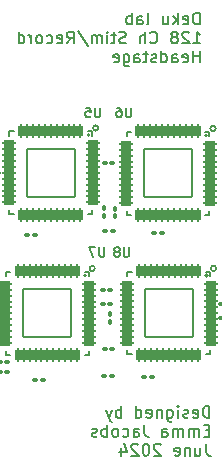
<source format=gbr>
G04 #@! TF.GenerationSoftware,KiCad,Pcbnew,9.0.5*
G04 #@! TF.CreationDate,2025-10-24T14:39:18-07:00*
G04 #@! TF.ProjectId,iris-128b,69726973-2d31-4323-9862-2e6b69636164,rev?*
G04 #@! TF.SameCoordinates,Original*
G04 #@! TF.FileFunction,Legend,Bot*
G04 #@! TF.FilePolarity,Positive*
%FSLAX46Y46*%
G04 Gerber Fmt 4.6, Leading zero omitted, Abs format (unit mm)*
G04 Created by KiCad (PCBNEW 9.0.5) date 2025-10-24 14:39:18*
%MOMM*%
%LPD*%
G01*
G04 APERTURE LIST*
G04 Aperture macros list*
%AMRoundRect*
0 Rectangle with rounded corners*
0 $1 Rounding radius*
0 $2 $3 $4 $5 $6 $7 $8 $9 X,Y pos of 4 corners*
0 Add a 4 corners polygon primitive as box body*
4,1,4,$2,$3,$4,$5,$6,$7,$8,$9,$2,$3,0*
0 Add four circle primitives for the rounded corners*
1,1,$1+$1,$2,$3*
1,1,$1+$1,$4,$5*
1,1,$1+$1,$6,$7*
1,1,$1+$1,$8,$9*
0 Add four rect primitives between the rounded corners*
20,1,$1+$1,$2,$3,$4,$5,0*
20,1,$1+$1,$4,$5,$6,$7,0*
20,1,$1+$1,$6,$7,$8,$9,0*
20,1,$1+$1,$8,$9,$2,$3,0*%
G04 Aperture macros list end*
%ADD10C,0.200000*%
%ADD11C,0.150000*%
%ADD12C,0.127000*%
%ADD13C,3.800000*%
%ADD14C,1.000000*%
%ADD15C,1.450000*%
%ADD16RoundRect,0.100000X0.130000X0.100000X-0.130000X0.100000X-0.130000X-0.100000X0.130000X-0.100000X0*%
%ADD17RoundRect,0.100000X0.100000X-0.130000X0.100000X0.130000X-0.100000X0.130000X-0.100000X-0.130000X0*%
%ADD18RoundRect,0.100000X-0.100000X0.130000X-0.100000X-0.130000X0.100000X-0.130000X0.100000X0.130000X0*%
%ADD19RoundRect,0.101600X0.450000X0.125000X-0.450000X0.125000X-0.450000X-0.125000X0.450000X-0.125000X0*%
%ADD20RoundRect,0.101600X0.125000X-0.450000X0.125000X0.450000X-0.125000X0.450000X-0.125000X-0.450000X0*%
%ADD21RoundRect,0.101600X-0.125000X0.450000X-0.125000X-0.450000X0.125000X-0.450000X0.125000X0.450000X0*%
%ADD22RoundRect,0.101600X-0.450000X-0.125000X0.450000X-0.125000X0.450000X0.125000X-0.450000X0.125000X0*%
%ADD23RoundRect,0.101600X2.050000X2.050000X-2.050000X2.050000X-2.050000X-2.050000X2.050000X-2.050000X0*%
%ADD24RoundRect,0.100000X-0.130000X-0.100000X0.130000X-0.100000X0.130000X0.100000X-0.130000X0.100000X0*%
G04 APERTURE END LIST*
D10*
X122880326Y-115272331D02*
X122880326Y-114272331D01*
X122880326Y-114272331D02*
X122642231Y-114272331D01*
X122642231Y-114272331D02*
X122499374Y-114319950D01*
X122499374Y-114319950D02*
X122404136Y-114415188D01*
X122404136Y-114415188D02*
X122356517Y-114510426D01*
X122356517Y-114510426D02*
X122308898Y-114700902D01*
X122308898Y-114700902D02*
X122308898Y-114843759D01*
X122308898Y-114843759D02*
X122356517Y-115034235D01*
X122356517Y-115034235D02*
X122404136Y-115129473D01*
X122404136Y-115129473D02*
X122499374Y-115224712D01*
X122499374Y-115224712D02*
X122642231Y-115272331D01*
X122642231Y-115272331D02*
X122880326Y-115272331D01*
X121499374Y-115224712D02*
X121594612Y-115272331D01*
X121594612Y-115272331D02*
X121785088Y-115272331D01*
X121785088Y-115272331D02*
X121880326Y-115224712D01*
X121880326Y-115224712D02*
X121927945Y-115129473D01*
X121927945Y-115129473D02*
X121927945Y-114748521D01*
X121927945Y-114748521D02*
X121880326Y-114653283D01*
X121880326Y-114653283D02*
X121785088Y-114605664D01*
X121785088Y-114605664D02*
X121594612Y-114605664D01*
X121594612Y-114605664D02*
X121499374Y-114653283D01*
X121499374Y-114653283D02*
X121451755Y-114748521D01*
X121451755Y-114748521D02*
X121451755Y-114843759D01*
X121451755Y-114843759D02*
X121927945Y-114938997D01*
X121070802Y-115224712D02*
X120975564Y-115272331D01*
X120975564Y-115272331D02*
X120785088Y-115272331D01*
X120785088Y-115272331D02*
X120689850Y-115224712D01*
X120689850Y-115224712D02*
X120642231Y-115129473D01*
X120642231Y-115129473D02*
X120642231Y-115081854D01*
X120642231Y-115081854D02*
X120689850Y-114986616D01*
X120689850Y-114986616D02*
X120785088Y-114938997D01*
X120785088Y-114938997D02*
X120927945Y-114938997D01*
X120927945Y-114938997D02*
X121023183Y-114891378D01*
X121023183Y-114891378D02*
X121070802Y-114796140D01*
X121070802Y-114796140D02*
X121070802Y-114748521D01*
X121070802Y-114748521D02*
X121023183Y-114653283D01*
X121023183Y-114653283D02*
X120927945Y-114605664D01*
X120927945Y-114605664D02*
X120785088Y-114605664D01*
X120785088Y-114605664D02*
X120689850Y-114653283D01*
X120213659Y-115272331D02*
X120213659Y-114605664D01*
X120213659Y-114272331D02*
X120261278Y-114319950D01*
X120261278Y-114319950D02*
X120213659Y-114367569D01*
X120213659Y-114367569D02*
X120166040Y-114319950D01*
X120166040Y-114319950D02*
X120213659Y-114272331D01*
X120213659Y-114272331D02*
X120213659Y-114367569D01*
X119308898Y-114605664D02*
X119308898Y-115415188D01*
X119308898Y-115415188D02*
X119356517Y-115510426D01*
X119356517Y-115510426D02*
X119404136Y-115558045D01*
X119404136Y-115558045D02*
X119499374Y-115605664D01*
X119499374Y-115605664D02*
X119642231Y-115605664D01*
X119642231Y-115605664D02*
X119737469Y-115558045D01*
X119308898Y-115224712D02*
X119404136Y-115272331D01*
X119404136Y-115272331D02*
X119594612Y-115272331D01*
X119594612Y-115272331D02*
X119689850Y-115224712D01*
X119689850Y-115224712D02*
X119737469Y-115177092D01*
X119737469Y-115177092D02*
X119785088Y-115081854D01*
X119785088Y-115081854D02*
X119785088Y-114796140D01*
X119785088Y-114796140D02*
X119737469Y-114700902D01*
X119737469Y-114700902D02*
X119689850Y-114653283D01*
X119689850Y-114653283D02*
X119594612Y-114605664D01*
X119594612Y-114605664D02*
X119404136Y-114605664D01*
X119404136Y-114605664D02*
X119308898Y-114653283D01*
X118832707Y-114605664D02*
X118832707Y-115272331D01*
X118832707Y-114700902D02*
X118785088Y-114653283D01*
X118785088Y-114653283D02*
X118689850Y-114605664D01*
X118689850Y-114605664D02*
X118546993Y-114605664D01*
X118546993Y-114605664D02*
X118451755Y-114653283D01*
X118451755Y-114653283D02*
X118404136Y-114748521D01*
X118404136Y-114748521D02*
X118404136Y-115272331D01*
X117546993Y-115224712D02*
X117642231Y-115272331D01*
X117642231Y-115272331D02*
X117832707Y-115272331D01*
X117832707Y-115272331D02*
X117927945Y-115224712D01*
X117927945Y-115224712D02*
X117975564Y-115129473D01*
X117975564Y-115129473D02*
X117975564Y-114748521D01*
X117975564Y-114748521D02*
X117927945Y-114653283D01*
X117927945Y-114653283D02*
X117832707Y-114605664D01*
X117832707Y-114605664D02*
X117642231Y-114605664D01*
X117642231Y-114605664D02*
X117546993Y-114653283D01*
X117546993Y-114653283D02*
X117499374Y-114748521D01*
X117499374Y-114748521D02*
X117499374Y-114843759D01*
X117499374Y-114843759D02*
X117975564Y-114938997D01*
X116642231Y-115272331D02*
X116642231Y-114272331D01*
X116642231Y-115224712D02*
X116737469Y-115272331D01*
X116737469Y-115272331D02*
X116927945Y-115272331D01*
X116927945Y-115272331D02*
X117023183Y-115224712D01*
X117023183Y-115224712D02*
X117070802Y-115177092D01*
X117070802Y-115177092D02*
X117118421Y-115081854D01*
X117118421Y-115081854D02*
X117118421Y-114796140D01*
X117118421Y-114796140D02*
X117070802Y-114700902D01*
X117070802Y-114700902D02*
X117023183Y-114653283D01*
X117023183Y-114653283D02*
X116927945Y-114605664D01*
X116927945Y-114605664D02*
X116737469Y-114605664D01*
X116737469Y-114605664D02*
X116642231Y-114653283D01*
X115404135Y-115272331D02*
X115404135Y-114272331D01*
X115404135Y-114653283D02*
X115308897Y-114605664D01*
X115308897Y-114605664D02*
X115118421Y-114605664D01*
X115118421Y-114605664D02*
X115023183Y-114653283D01*
X115023183Y-114653283D02*
X114975564Y-114700902D01*
X114975564Y-114700902D02*
X114927945Y-114796140D01*
X114927945Y-114796140D02*
X114927945Y-115081854D01*
X114927945Y-115081854D02*
X114975564Y-115177092D01*
X114975564Y-115177092D02*
X115023183Y-115224712D01*
X115023183Y-115224712D02*
X115118421Y-115272331D01*
X115118421Y-115272331D02*
X115308897Y-115272331D01*
X115308897Y-115272331D02*
X115404135Y-115224712D01*
X114594611Y-114605664D02*
X114356516Y-115272331D01*
X114118421Y-114605664D02*
X114356516Y-115272331D01*
X114356516Y-115272331D02*
X114451754Y-115510426D01*
X114451754Y-115510426D02*
X114499373Y-115558045D01*
X114499373Y-115558045D02*
X114594611Y-115605664D01*
X122880326Y-116358465D02*
X122546993Y-116358465D01*
X122404136Y-116882275D02*
X122880326Y-116882275D01*
X122880326Y-116882275D02*
X122880326Y-115882275D01*
X122880326Y-115882275D02*
X122404136Y-115882275D01*
X121975564Y-116882275D02*
X121975564Y-116215608D01*
X121975564Y-116310846D02*
X121927945Y-116263227D01*
X121927945Y-116263227D02*
X121832707Y-116215608D01*
X121832707Y-116215608D02*
X121689850Y-116215608D01*
X121689850Y-116215608D02*
X121594612Y-116263227D01*
X121594612Y-116263227D02*
X121546993Y-116358465D01*
X121546993Y-116358465D02*
X121546993Y-116882275D01*
X121546993Y-116358465D02*
X121499374Y-116263227D01*
X121499374Y-116263227D02*
X121404136Y-116215608D01*
X121404136Y-116215608D02*
X121261279Y-116215608D01*
X121261279Y-116215608D02*
X121166040Y-116263227D01*
X121166040Y-116263227D02*
X121118421Y-116358465D01*
X121118421Y-116358465D02*
X121118421Y-116882275D01*
X120642231Y-116882275D02*
X120642231Y-116215608D01*
X120642231Y-116310846D02*
X120594612Y-116263227D01*
X120594612Y-116263227D02*
X120499374Y-116215608D01*
X120499374Y-116215608D02*
X120356517Y-116215608D01*
X120356517Y-116215608D02*
X120261279Y-116263227D01*
X120261279Y-116263227D02*
X120213660Y-116358465D01*
X120213660Y-116358465D02*
X120213660Y-116882275D01*
X120213660Y-116358465D02*
X120166041Y-116263227D01*
X120166041Y-116263227D02*
X120070803Y-116215608D01*
X120070803Y-116215608D02*
X119927946Y-116215608D01*
X119927946Y-116215608D02*
X119832707Y-116263227D01*
X119832707Y-116263227D02*
X119785088Y-116358465D01*
X119785088Y-116358465D02*
X119785088Y-116882275D01*
X118880327Y-116882275D02*
X118880327Y-116358465D01*
X118880327Y-116358465D02*
X118927946Y-116263227D01*
X118927946Y-116263227D02*
X119023184Y-116215608D01*
X119023184Y-116215608D02*
X119213660Y-116215608D01*
X119213660Y-116215608D02*
X119308898Y-116263227D01*
X118880327Y-116834656D02*
X118975565Y-116882275D01*
X118975565Y-116882275D02*
X119213660Y-116882275D01*
X119213660Y-116882275D02*
X119308898Y-116834656D01*
X119308898Y-116834656D02*
X119356517Y-116739417D01*
X119356517Y-116739417D02*
X119356517Y-116644179D01*
X119356517Y-116644179D02*
X119308898Y-116548941D01*
X119308898Y-116548941D02*
X119213660Y-116501322D01*
X119213660Y-116501322D02*
X118975565Y-116501322D01*
X118975565Y-116501322D02*
X118880327Y-116453703D01*
X117356517Y-115882275D02*
X117356517Y-116596560D01*
X117356517Y-116596560D02*
X117404136Y-116739417D01*
X117404136Y-116739417D02*
X117499374Y-116834656D01*
X117499374Y-116834656D02*
X117642231Y-116882275D01*
X117642231Y-116882275D02*
X117737469Y-116882275D01*
X116451755Y-116882275D02*
X116451755Y-116358465D01*
X116451755Y-116358465D02*
X116499374Y-116263227D01*
X116499374Y-116263227D02*
X116594612Y-116215608D01*
X116594612Y-116215608D02*
X116785088Y-116215608D01*
X116785088Y-116215608D02*
X116880326Y-116263227D01*
X116451755Y-116834656D02*
X116546993Y-116882275D01*
X116546993Y-116882275D02*
X116785088Y-116882275D01*
X116785088Y-116882275D02*
X116880326Y-116834656D01*
X116880326Y-116834656D02*
X116927945Y-116739417D01*
X116927945Y-116739417D02*
X116927945Y-116644179D01*
X116927945Y-116644179D02*
X116880326Y-116548941D01*
X116880326Y-116548941D02*
X116785088Y-116501322D01*
X116785088Y-116501322D02*
X116546993Y-116501322D01*
X116546993Y-116501322D02*
X116451755Y-116453703D01*
X115546993Y-116834656D02*
X115642231Y-116882275D01*
X115642231Y-116882275D02*
X115832707Y-116882275D01*
X115832707Y-116882275D02*
X115927945Y-116834656D01*
X115927945Y-116834656D02*
X115975564Y-116787036D01*
X115975564Y-116787036D02*
X116023183Y-116691798D01*
X116023183Y-116691798D02*
X116023183Y-116406084D01*
X116023183Y-116406084D02*
X115975564Y-116310846D01*
X115975564Y-116310846D02*
X115927945Y-116263227D01*
X115927945Y-116263227D02*
X115832707Y-116215608D01*
X115832707Y-116215608D02*
X115642231Y-116215608D01*
X115642231Y-116215608D02*
X115546993Y-116263227D01*
X114975564Y-116882275D02*
X115070802Y-116834656D01*
X115070802Y-116834656D02*
X115118421Y-116787036D01*
X115118421Y-116787036D02*
X115166040Y-116691798D01*
X115166040Y-116691798D02*
X115166040Y-116406084D01*
X115166040Y-116406084D02*
X115118421Y-116310846D01*
X115118421Y-116310846D02*
X115070802Y-116263227D01*
X115070802Y-116263227D02*
X114975564Y-116215608D01*
X114975564Y-116215608D02*
X114832707Y-116215608D01*
X114832707Y-116215608D02*
X114737469Y-116263227D01*
X114737469Y-116263227D02*
X114689850Y-116310846D01*
X114689850Y-116310846D02*
X114642231Y-116406084D01*
X114642231Y-116406084D02*
X114642231Y-116691798D01*
X114642231Y-116691798D02*
X114689850Y-116787036D01*
X114689850Y-116787036D02*
X114737469Y-116834656D01*
X114737469Y-116834656D02*
X114832707Y-116882275D01*
X114832707Y-116882275D02*
X114975564Y-116882275D01*
X114213659Y-116882275D02*
X114213659Y-115882275D01*
X114213659Y-116263227D02*
X114118421Y-116215608D01*
X114118421Y-116215608D02*
X113927945Y-116215608D01*
X113927945Y-116215608D02*
X113832707Y-116263227D01*
X113832707Y-116263227D02*
X113785088Y-116310846D01*
X113785088Y-116310846D02*
X113737469Y-116406084D01*
X113737469Y-116406084D02*
X113737469Y-116691798D01*
X113737469Y-116691798D02*
X113785088Y-116787036D01*
X113785088Y-116787036D02*
X113832707Y-116834656D01*
X113832707Y-116834656D02*
X113927945Y-116882275D01*
X113927945Y-116882275D02*
X114118421Y-116882275D01*
X114118421Y-116882275D02*
X114213659Y-116834656D01*
X113356516Y-116834656D02*
X113261278Y-116882275D01*
X113261278Y-116882275D02*
X113070802Y-116882275D01*
X113070802Y-116882275D02*
X112975564Y-116834656D01*
X112975564Y-116834656D02*
X112927945Y-116739417D01*
X112927945Y-116739417D02*
X112927945Y-116691798D01*
X112927945Y-116691798D02*
X112975564Y-116596560D01*
X112975564Y-116596560D02*
X113070802Y-116548941D01*
X113070802Y-116548941D02*
X113213659Y-116548941D01*
X113213659Y-116548941D02*
X113308897Y-116501322D01*
X113308897Y-116501322D02*
X113356516Y-116406084D01*
X113356516Y-116406084D02*
X113356516Y-116358465D01*
X113356516Y-116358465D02*
X113308897Y-116263227D01*
X113308897Y-116263227D02*
X113213659Y-116215608D01*
X113213659Y-116215608D02*
X113070802Y-116215608D01*
X113070802Y-116215608D02*
X112975564Y-116263227D01*
X122594612Y-117492219D02*
X122594612Y-118206504D01*
X122594612Y-118206504D02*
X122642231Y-118349361D01*
X122642231Y-118349361D02*
X122737469Y-118444600D01*
X122737469Y-118444600D02*
X122880326Y-118492219D01*
X122880326Y-118492219D02*
X122975564Y-118492219D01*
X121689850Y-117825552D02*
X121689850Y-118492219D01*
X122118421Y-117825552D02*
X122118421Y-118349361D01*
X122118421Y-118349361D02*
X122070802Y-118444600D01*
X122070802Y-118444600D02*
X121975564Y-118492219D01*
X121975564Y-118492219D02*
X121832707Y-118492219D01*
X121832707Y-118492219D02*
X121737469Y-118444600D01*
X121737469Y-118444600D02*
X121689850Y-118396980D01*
X121213659Y-117825552D02*
X121213659Y-118492219D01*
X121213659Y-117920790D02*
X121166040Y-117873171D01*
X121166040Y-117873171D02*
X121070802Y-117825552D01*
X121070802Y-117825552D02*
X120927945Y-117825552D01*
X120927945Y-117825552D02*
X120832707Y-117873171D01*
X120832707Y-117873171D02*
X120785088Y-117968409D01*
X120785088Y-117968409D02*
X120785088Y-118492219D01*
X119927945Y-118444600D02*
X120023183Y-118492219D01*
X120023183Y-118492219D02*
X120213659Y-118492219D01*
X120213659Y-118492219D02*
X120308897Y-118444600D01*
X120308897Y-118444600D02*
X120356516Y-118349361D01*
X120356516Y-118349361D02*
X120356516Y-117968409D01*
X120356516Y-117968409D02*
X120308897Y-117873171D01*
X120308897Y-117873171D02*
X120213659Y-117825552D01*
X120213659Y-117825552D02*
X120023183Y-117825552D01*
X120023183Y-117825552D02*
X119927945Y-117873171D01*
X119927945Y-117873171D02*
X119880326Y-117968409D01*
X119880326Y-117968409D02*
X119880326Y-118063647D01*
X119880326Y-118063647D02*
X120356516Y-118158885D01*
X118737468Y-117587457D02*
X118689849Y-117539838D01*
X118689849Y-117539838D02*
X118594611Y-117492219D01*
X118594611Y-117492219D02*
X118356516Y-117492219D01*
X118356516Y-117492219D02*
X118261278Y-117539838D01*
X118261278Y-117539838D02*
X118213659Y-117587457D01*
X118213659Y-117587457D02*
X118166040Y-117682695D01*
X118166040Y-117682695D02*
X118166040Y-117777933D01*
X118166040Y-117777933D02*
X118213659Y-117920790D01*
X118213659Y-117920790D02*
X118785087Y-118492219D01*
X118785087Y-118492219D02*
X118166040Y-118492219D01*
X117546992Y-117492219D02*
X117451754Y-117492219D01*
X117451754Y-117492219D02*
X117356516Y-117539838D01*
X117356516Y-117539838D02*
X117308897Y-117587457D01*
X117308897Y-117587457D02*
X117261278Y-117682695D01*
X117261278Y-117682695D02*
X117213659Y-117873171D01*
X117213659Y-117873171D02*
X117213659Y-118111266D01*
X117213659Y-118111266D02*
X117261278Y-118301742D01*
X117261278Y-118301742D02*
X117308897Y-118396980D01*
X117308897Y-118396980D02*
X117356516Y-118444600D01*
X117356516Y-118444600D02*
X117451754Y-118492219D01*
X117451754Y-118492219D02*
X117546992Y-118492219D01*
X117546992Y-118492219D02*
X117642230Y-118444600D01*
X117642230Y-118444600D02*
X117689849Y-118396980D01*
X117689849Y-118396980D02*
X117737468Y-118301742D01*
X117737468Y-118301742D02*
X117785087Y-118111266D01*
X117785087Y-118111266D02*
X117785087Y-117873171D01*
X117785087Y-117873171D02*
X117737468Y-117682695D01*
X117737468Y-117682695D02*
X117689849Y-117587457D01*
X117689849Y-117587457D02*
X117642230Y-117539838D01*
X117642230Y-117539838D02*
X117546992Y-117492219D01*
X116832706Y-117587457D02*
X116785087Y-117539838D01*
X116785087Y-117539838D02*
X116689849Y-117492219D01*
X116689849Y-117492219D02*
X116451754Y-117492219D01*
X116451754Y-117492219D02*
X116356516Y-117539838D01*
X116356516Y-117539838D02*
X116308897Y-117587457D01*
X116308897Y-117587457D02*
X116261278Y-117682695D01*
X116261278Y-117682695D02*
X116261278Y-117777933D01*
X116261278Y-117777933D02*
X116308897Y-117920790D01*
X116308897Y-117920790D02*
X116880325Y-118492219D01*
X116880325Y-118492219D02*
X116261278Y-118492219D01*
X115404135Y-117825552D02*
X115404135Y-118492219D01*
X115642230Y-117444600D02*
X115880325Y-118158885D01*
X115880325Y-118158885D02*
X115261278Y-118158885D01*
X122051646Y-81972683D02*
X122051646Y-80972683D01*
X122051646Y-80972683D02*
X121813551Y-80972683D01*
X121813551Y-80972683D02*
X121670694Y-81020302D01*
X121670694Y-81020302D02*
X121575456Y-81115540D01*
X121575456Y-81115540D02*
X121527837Y-81210778D01*
X121527837Y-81210778D02*
X121480218Y-81401254D01*
X121480218Y-81401254D02*
X121480218Y-81544111D01*
X121480218Y-81544111D02*
X121527837Y-81734587D01*
X121527837Y-81734587D02*
X121575456Y-81829825D01*
X121575456Y-81829825D02*
X121670694Y-81925064D01*
X121670694Y-81925064D02*
X121813551Y-81972683D01*
X121813551Y-81972683D02*
X122051646Y-81972683D01*
X120670694Y-81925064D02*
X120765932Y-81972683D01*
X120765932Y-81972683D02*
X120956408Y-81972683D01*
X120956408Y-81972683D02*
X121051646Y-81925064D01*
X121051646Y-81925064D02*
X121099265Y-81829825D01*
X121099265Y-81829825D02*
X121099265Y-81448873D01*
X121099265Y-81448873D02*
X121051646Y-81353635D01*
X121051646Y-81353635D02*
X120956408Y-81306016D01*
X120956408Y-81306016D02*
X120765932Y-81306016D01*
X120765932Y-81306016D02*
X120670694Y-81353635D01*
X120670694Y-81353635D02*
X120623075Y-81448873D01*
X120623075Y-81448873D02*
X120623075Y-81544111D01*
X120623075Y-81544111D02*
X121099265Y-81639349D01*
X120194503Y-81972683D02*
X120194503Y-80972683D01*
X120099265Y-81591730D02*
X119813551Y-81972683D01*
X119813551Y-81306016D02*
X120194503Y-81686968D01*
X118956408Y-81306016D02*
X118956408Y-81972683D01*
X119384979Y-81306016D02*
X119384979Y-81829825D01*
X119384979Y-81829825D02*
X119337360Y-81925064D01*
X119337360Y-81925064D02*
X119242122Y-81972683D01*
X119242122Y-81972683D02*
X119099265Y-81972683D01*
X119099265Y-81972683D02*
X119004027Y-81925064D01*
X119004027Y-81925064D02*
X118956408Y-81877444D01*
X117575455Y-81972683D02*
X117670693Y-81925064D01*
X117670693Y-81925064D02*
X117718312Y-81829825D01*
X117718312Y-81829825D02*
X117718312Y-80972683D01*
X116765931Y-81972683D02*
X116765931Y-81448873D01*
X116765931Y-81448873D02*
X116813550Y-81353635D01*
X116813550Y-81353635D02*
X116908788Y-81306016D01*
X116908788Y-81306016D02*
X117099264Y-81306016D01*
X117099264Y-81306016D02*
X117194502Y-81353635D01*
X116765931Y-81925064D02*
X116861169Y-81972683D01*
X116861169Y-81972683D02*
X117099264Y-81972683D01*
X117099264Y-81972683D02*
X117194502Y-81925064D01*
X117194502Y-81925064D02*
X117242121Y-81829825D01*
X117242121Y-81829825D02*
X117242121Y-81734587D01*
X117242121Y-81734587D02*
X117194502Y-81639349D01*
X117194502Y-81639349D02*
X117099264Y-81591730D01*
X117099264Y-81591730D02*
X116861169Y-81591730D01*
X116861169Y-81591730D02*
X116765931Y-81544111D01*
X116289740Y-81972683D02*
X116289740Y-80972683D01*
X116289740Y-81353635D02*
X116194502Y-81306016D01*
X116194502Y-81306016D02*
X116004026Y-81306016D01*
X116004026Y-81306016D02*
X115908788Y-81353635D01*
X115908788Y-81353635D02*
X115861169Y-81401254D01*
X115861169Y-81401254D02*
X115813550Y-81496492D01*
X115813550Y-81496492D02*
X115813550Y-81782206D01*
X115813550Y-81782206D02*
X115861169Y-81877444D01*
X115861169Y-81877444D02*
X115908788Y-81925064D01*
X115908788Y-81925064D02*
X116004026Y-81972683D01*
X116004026Y-81972683D02*
X116194502Y-81972683D01*
X116194502Y-81972683D02*
X116289740Y-81925064D01*
X121527837Y-83582627D02*
X122099265Y-83582627D01*
X121813551Y-83582627D02*
X121813551Y-82582627D01*
X121813551Y-82582627D02*
X121908789Y-82725484D01*
X121908789Y-82725484D02*
X122004027Y-82820722D01*
X122004027Y-82820722D02*
X122099265Y-82868341D01*
X121146884Y-82677865D02*
X121099265Y-82630246D01*
X121099265Y-82630246D02*
X121004027Y-82582627D01*
X121004027Y-82582627D02*
X120765932Y-82582627D01*
X120765932Y-82582627D02*
X120670694Y-82630246D01*
X120670694Y-82630246D02*
X120623075Y-82677865D01*
X120623075Y-82677865D02*
X120575456Y-82773103D01*
X120575456Y-82773103D02*
X120575456Y-82868341D01*
X120575456Y-82868341D02*
X120623075Y-83011198D01*
X120623075Y-83011198D02*
X121194503Y-83582627D01*
X121194503Y-83582627D02*
X120575456Y-83582627D01*
X120004027Y-83011198D02*
X120099265Y-82963579D01*
X120099265Y-82963579D02*
X120146884Y-82915960D01*
X120146884Y-82915960D02*
X120194503Y-82820722D01*
X120194503Y-82820722D02*
X120194503Y-82773103D01*
X120194503Y-82773103D02*
X120146884Y-82677865D01*
X120146884Y-82677865D02*
X120099265Y-82630246D01*
X120099265Y-82630246D02*
X120004027Y-82582627D01*
X120004027Y-82582627D02*
X119813551Y-82582627D01*
X119813551Y-82582627D02*
X119718313Y-82630246D01*
X119718313Y-82630246D02*
X119670694Y-82677865D01*
X119670694Y-82677865D02*
X119623075Y-82773103D01*
X119623075Y-82773103D02*
X119623075Y-82820722D01*
X119623075Y-82820722D02*
X119670694Y-82915960D01*
X119670694Y-82915960D02*
X119718313Y-82963579D01*
X119718313Y-82963579D02*
X119813551Y-83011198D01*
X119813551Y-83011198D02*
X120004027Y-83011198D01*
X120004027Y-83011198D02*
X120099265Y-83058817D01*
X120099265Y-83058817D02*
X120146884Y-83106436D01*
X120146884Y-83106436D02*
X120194503Y-83201674D01*
X120194503Y-83201674D02*
X120194503Y-83392150D01*
X120194503Y-83392150D02*
X120146884Y-83487388D01*
X120146884Y-83487388D02*
X120099265Y-83535008D01*
X120099265Y-83535008D02*
X120004027Y-83582627D01*
X120004027Y-83582627D02*
X119813551Y-83582627D01*
X119813551Y-83582627D02*
X119718313Y-83535008D01*
X119718313Y-83535008D02*
X119670694Y-83487388D01*
X119670694Y-83487388D02*
X119623075Y-83392150D01*
X119623075Y-83392150D02*
X119623075Y-83201674D01*
X119623075Y-83201674D02*
X119670694Y-83106436D01*
X119670694Y-83106436D02*
X119718313Y-83058817D01*
X119718313Y-83058817D02*
X119813551Y-83011198D01*
X117861170Y-83487388D02*
X117908789Y-83535008D01*
X117908789Y-83535008D02*
X118051646Y-83582627D01*
X118051646Y-83582627D02*
X118146884Y-83582627D01*
X118146884Y-83582627D02*
X118289741Y-83535008D01*
X118289741Y-83535008D02*
X118384979Y-83439769D01*
X118384979Y-83439769D02*
X118432598Y-83344531D01*
X118432598Y-83344531D02*
X118480217Y-83154055D01*
X118480217Y-83154055D02*
X118480217Y-83011198D01*
X118480217Y-83011198D02*
X118432598Y-82820722D01*
X118432598Y-82820722D02*
X118384979Y-82725484D01*
X118384979Y-82725484D02*
X118289741Y-82630246D01*
X118289741Y-82630246D02*
X118146884Y-82582627D01*
X118146884Y-82582627D02*
X118051646Y-82582627D01*
X118051646Y-82582627D02*
X117908789Y-82630246D01*
X117908789Y-82630246D02*
X117861170Y-82677865D01*
X117432598Y-83582627D02*
X117432598Y-82582627D01*
X117004027Y-83582627D02*
X117004027Y-83058817D01*
X117004027Y-83058817D02*
X117051646Y-82963579D01*
X117051646Y-82963579D02*
X117146884Y-82915960D01*
X117146884Y-82915960D02*
X117289741Y-82915960D01*
X117289741Y-82915960D02*
X117384979Y-82963579D01*
X117384979Y-82963579D02*
X117432598Y-83011198D01*
X115813550Y-83535008D02*
X115670693Y-83582627D01*
X115670693Y-83582627D02*
X115432598Y-83582627D01*
X115432598Y-83582627D02*
X115337360Y-83535008D01*
X115337360Y-83535008D02*
X115289741Y-83487388D01*
X115289741Y-83487388D02*
X115242122Y-83392150D01*
X115242122Y-83392150D02*
X115242122Y-83296912D01*
X115242122Y-83296912D02*
X115289741Y-83201674D01*
X115289741Y-83201674D02*
X115337360Y-83154055D01*
X115337360Y-83154055D02*
X115432598Y-83106436D01*
X115432598Y-83106436D02*
X115623074Y-83058817D01*
X115623074Y-83058817D02*
X115718312Y-83011198D01*
X115718312Y-83011198D02*
X115765931Y-82963579D01*
X115765931Y-82963579D02*
X115813550Y-82868341D01*
X115813550Y-82868341D02*
X115813550Y-82773103D01*
X115813550Y-82773103D02*
X115765931Y-82677865D01*
X115765931Y-82677865D02*
X115718312Y-82630246D01*
X115718312Y-82630246D02*
X115623074Y-82582627D01*
X115623074Y-82582627D02*
X115384979Y-82582627D01*
X115384979Y-82582627D02*
X115242122Y-82630246D01*
X114956407Y-82915960D02*
X114575455Y-82915960D01*
X114813550Y-82582627D02*
X114813550Y-83439769D01*
X114813550Y-83439769D02*
X114765931Y-83535008D01*
X114765931Y-83535008D02*
X114670693Y-83582627D01*
X114670693Y-83582627D02*
X114575455Y-83582627D01*
X114242121Y-83582627D02*
X114242121Y-82915960D01*
X114242121Y-82582627D02*
X114289740Y-82630246D01*
X114289740Y-82630246D02*
X114242121Y-82677865D01*
X114242121Y-82677865D02*
X114194502Y-82630246D01*
X114194502Y-82630246D02*
X114242121Y-82582627D01*
X114242121Y-82582627D02*
X114242121Y-82677865D01*
X113765931Y-83582627D02*
X113765931Y-82915960D01*
X113765931Y-83011198D02*
X113718312Y-82963579D01*
X113718312Y-82963579D02*
X113623074Y-82915960D01*
X113623074Y-82915960D02*
X113480217Y-82915960D01*
X113480217Y-82915960D02*
X113384979Y-82963579D01*
X113384979Y-82963579D02*
X113337360Y-83058817D01*
X113337360Y-83058817D02*
X113337360Y-83582627D01*
X113337360Y-83058817D02*
X113289741Y-82963579D01*
X113289741Y-82963579D02*
X113194503Y-82915960D01*
X113194503Y-82915960D02*
X113051646Y-82915960D01*
X113051646Y-82915960D02*
X112956407Y-82963579D01*
X112956407Y-82963579D02*
X112908788Y-83058817D01*
X112908788Y-83058817D02*
X112908788Y-83582627D01*
X111718313Y-82535008D02*
X112575455Y-83820722D01*
X110813551Y-83582627D02*
X111146884Y-83106436D01*
X111384979Y-83582627D02*
X111384979Y-82582627D01*
X111384979Y-82582627D02*
X111004027Y-82582627D01*
X111004027Y-82582627D02*
X110908789Y-82630246D01*
X110908789Y-82630246D02*
X110861170Y-82677865D01*
X110861170Y-82677865D02*
X110813551Y-82773103D01*
X110813551Y-82773103D02*
X110813551Y-82915960D01*
X110813551Y-82915960D02*
X110861170Y-83011198D01*
X110861170Y-83011198D02*
X110908789Y-83058817D01*
X110908789Y-83058817D02*
X111004027Y-83106436D01*
X111004027Y-83106436D02*
X111384979Y-83106436D01*
X110004027Y-83535008D02*
X110099265Y-83582627D01*
X110099265Y-83582627D02*
X110289741Y-83582627D01*
X110289741Y-83582627D02*
X110384979Y-83535008D01*
X110384979Y-83535008D02*
X110432598Y-83439769D01*
X110432598Y-83439769D02*
X110432598Y-83058817D01*
X110432598Y-83058817D02*
X110384979Y-82963579D01*
X110384979Y-82963579D02*
X110289741Y-82915960D01*
X110289741Y-82915960D02*
X110099265Y-82915960D01*
X110099265Y-82915960D02*
X110004027Y-82963579D01*
X110004027Y-82963579D02*
X109956408Y-83058817D01*
X109956408Y-83058817D02*
X109956408Y-83154055D01*
X109956408Y-83154055D02*
X110432598Y-83249293D01*
X109099265Y-83535008D02*
X109194503Y-83582627D01*
X109194503Y-83582627D02*
X109384979Y-83582627D01*
X109384979Y-83582627D02*
X109480217Y-83535008D01*
X109480217Y-83535008D02*
X109527836Y-83487388D01*
X109527836Y-83487388D02*
X109575455Y-83392150D01*
X109575455Y-83392150D02*
X109575455Y-83106436D01*
X109575455Y-83106436D02*
X109527836Y-83011198D01*
X109527836Y-83011198D02*
X109480217Y-82963579D01*
X109480217Y-82963579D02*
X109384979Y-82915960D01*
X109384979Y-82915960D02*
X109194503Y-82915960D01*
X109194503Y-82915960D02*
X109099265Y-82963579D01*
X108527836Y-83582627D02*
X108623074Y-83535008D01*
X108623074Y-83535008D02*
X108670693Y-83487388D01*
X108670693Y-83487388D02*
X108718312Y-83392150D01*
X108718312Y-83392150D02*
X108718312Y-83106436D01*
X108718312Y-83106436D02*
X108670693Y-83011198D01*
X108670693Y-83011198D02*
X108623074Y-82963579D01*
X108623074Y-82963579D02*
X108527836Y-82915960D01*
X108527836Y-82915960D02*
X108384979Y-82915960D01*
X108384979Y-82915960D02*
X108289741Y-82963579D01*
X108289741Y-82963579D02*
X108242122Y-83011198D01*
X108242122Y-83011198D02*
X108194503Y-83106436D01*
X108194503Y-83106436D02*
X108194503Y-83392150D01*
X108194503Y-83392150D02*
X108242122Y-83487388D01*
X108242122Y-83487388D02*
X108289741Y-83535008D01*
X108289741Y-83535008D02*
X108384979Y-83582627D01*
X108384979Y-83582627D02*
X108527836Y-83582627D01*
X107765931Y-83582627D02*
X107765931Y-82915960D01*
X107765931Y-83106436D02*
X107718312Y-83011198D01*
X107718312Y-83011198D02*
X107670693Y-82963579D01*
X107670693Y-82963579D02*
X107575455Y-82915960D01*
X107575455Y-82915960D02*
X107480217Y-82915960D01*
X106718312Y-83582627D02*
X106718312Y-82582627D01*
X106718312Y-83535008D02*
X106813550Y-83582627D01*
X106813550Y-83582627D02*
X107004026Y-83582627D01*
X107004026Y-83582627D02*
X107099264Y-83535008D01*
X107099264Y-83535008D02*
X107146883Y-83487388D01*
X107146883Y-83487388D02*
X107194502Y-83392150D01*
X107194502Y-83392150D02*
X107194502Y-83106436D01*
X107194502Y-83106436D02*
X107146883Y-83011198D01*
X107146883Y-83011198D02*
X107099264Y-82963579D01*
X107099264Y-82963579D02*
X107004026Y-82915960D01*
X107004026Y-82915960D02*
X106813550Y-82915960D01*
X106813550Y-82915960D02*
X106718312Y-82963579D01*
X122051646Y-85192571D02*
X122051646Y-84192571D01*
X122051646Y-84668761D02*
X121480218Y-84668761D01*
X121480218Y-85192571D02*
X121480218Y-84192571D01*
X120623075Y-85144952D02*
X120718313Y-85192571D01*
X120718313Y-85192571D02*
X120908789Y-85192571D01*
X120908789Y-85192571D02*
X121004027Y-85144952D01*
X121004027Y-85144952D02*
X121051646Y-85049713D01*
X121051646Y-85049713D02*
X121051646Y-84668761D01*
X121051646Y-84668761D02*
X121004027Y-84573523D01*
X121004027Y-84573523D02*
X120908789Y-84525904D01*
X120908789Y-84525904D02*
X120718313Y-84525904D01*
X120718313Y-84525904D02*
X120623075Y-84573523D01*
X120623075Y-84573523D02*
X120575456Y-84668761D01*
X120575456Y-84668761D02*
X120575456Y-84763999D01*
X120575456Y-84763999D02*
X121051646Y-84859237D01*
X119718313Y-85192571D02*
X119718313Y-84668761D01*
X119718313Y-84668761D02*
X119765932Y-84573523D01*
X119765932Y-84573523D02*
X119861170Y-84525904D01*
X119861170Y-84525904D02*
X120051646Y-84525904D01*
X120051646Y-84525904D02*
X120146884Y-84573523D01*
X119718313Y-85144952D02*
X119813551Y-85192571D01*
X119813551Y-85192571D02*
X120051646Y-85192571D01*
X120051646Y-85192571D02*
X120146884Y-85144952D01*
X120146884Y-85144952D02*
X120194503Y-85049713D01*
X120194503Y-85049713D02*
X120194503Y-84954475D01*
X120194503Y-84954475D02*
X120146884Y-84859237D01*
X120146884Y-84859237D02*
X120051646Y-84811618D01*
X120051646Y-84811618D02*
X119813551Y-84811618D01*
X119813551Y-84811618D02*
X119718313Y-84763999D01*
X118813551Y-85192571D02*
X118813551Y-84192571D01*
X118813551Y-85144952D02*
X118908789Y-85192571D01*
X118908789Y-85192571D02*
X119099265Y-85192571D01*
X119099265Y-85192571D02*
X119194503Y-85144952D01*
X119194503Y-85144952D02*
X119242122Y-85097332D01*
X119242122Y-85097332D02*
X119289741Y-85002094D01*
X119289741Y-85002094D02*
X119289741Y-84716380D01*
X119289741Y-84716380D02*
X119242122Y-84621142D01*
X119242122Y-84621142D02*
X119194503Y-84573523D01*
X119194503Y-84573523D02*
X119099265Y-84525904D01*
X119099265Y-84525904D02*
X118908789Y-84525904D01*
X118908789Y-84525904D02*
X118813551Y-84573523D01*
X118384979Y-85144952D02*
X118289741Y-85192571D01*
X118289741Y-85192571D02*
X118099265Y-85192571D01*
X118099265Y-85192571D02*
X118004027Y-85144952D01*
X118004027Y-85144952D02*
X117956408Y-85049713D01*
X117956408Y-85049713D02*
X117956408Y-85002094D01*
X117956408Y-85002094D02*
X118004027Y-84906856D01*
X118004027Y-84906856D02*
X118099265Y-84859237D01*
X118099265Y-84859237D02*
X118242122Y-84859237D01*
X118242122Y-84859237D02*
X118337360Y-84811618D01*
X118337360Y-84811618D02*
X118384979Y-84716380D01*
X118384979Y-84716380D02*
X118384979Y-84668761D01*
X118384979Y-84668761D02*
X118337360Y-84573523D01*
X118337360Y-84573523D02*
X118242122Y-84525904D01*
X118242122Y-84525904D02*
X118099265Y-84525904D01*
X118099265Y-84525904D02*
X118004027Y-84573523D01*
X117670693Y-84525904D02*
X117289741Y-84525904D01*
X117527836Y-84192571D02*
X117527836Y-85049713D01*
X117527836Y-85049713D02*
X117480217Y-85144952D01*
X117480217Y-85144952D02*
X117384979Y-85192571D01*
X117384979Y-85192571D02*
X117289741Y-85192571D01*
X116527836Y-85192571D02*
X116527836Y-84668761D01*
X116527836Y-84668761D02*
X116575455Y-84573523D01*
X116575455Y-84573523D02*
X116670693Y-84525904D01*
X116670693Y-84525904D02*
X116861169Y-84525904D01*
X116861169Y-84525904D02*
X116956407Y-84573523D01*
X116527836Y-85144952D02*
X116623074Y-85192571D01*
X116623074Y-85192571D02*
X116861169Y-85192571D01*
X116861169Y-85192571D02*
X116956407Y-85144952D01*
X116956407Y-85144952D02*
X117004026Y-85049713D01*
X117004026Y-85049713D02*
X117004026Y-84954475D01*
X117004026Y-84954475D02*
X116956407Y-84859237D01*
X116956407Y-84859237D02*
X116861169Y-84811618D01*
X116861169Y-84811618D02*
X116623074Y-84811618D01*
X116623074Y-84811618D02*
X116527836Y-84763999D01*
X115623074Y-84525904D02*
X115623074Y-85335428D01*
X115623074Y-85335428D02*
X115670693Y-85430666D01*
X115670693Y-85430666D02*
X115718312Y-85478285D01*
X115718312Y-85478285D02*
X115813550Y-85525904D01*
X115813550Y-85525904D02*
X115956407Y-85525904D01*
X115956407Y-85525904D02*
X116051645Y-85478285D01*
X115623074Y-85144952D02*
X115718312Y-85192571D01*
X115718312Y-85192571D02*
X115908788Y-85192571D01*
X115908788Y-85192571D02*
X116004026Y-85144952D01*
X116004026Y-85144952D02*
X116051645Y-85097332D01*
X116051645Y-85097332D02*
X116099264Y-85002094D01*
X116099264Y-85002094D02*
X116099264Y-84716380D01*
X116099264Y-84716380D02*
X116051645Y-84621142D01*
X116051645Y-84621142D02*
X116004026Y-84573523D01*
X116004026Y-84573523D02*
X115908788Y-84525904D01*
X115908788Y-84525904D02*
X115718312Y-84525904D01*
X115718312Y-84525904D02*
X115623074Y-84573523D01*
X114765931Y-85144952D02*
X114861169Y-85192571D01*
X114861169Y-85192571D02*
X115051645Y-85192571D01*
X115051645Y-85192571D02*
X115146883Y-85144952D01*
X115146883Y-85144952D02*
X115194502Y-85049713D01*
X115194502Y-85049713D02*
X115194502Y-84668761D01*
X115194502Y-84668761D02*
X115146883Y-84573523D01*
X115146883Y-84573523D02*
X115051645Y-84525904D01*
X115051645Y-84525904D02*
X114861169Y-84525904D01*
X114861169Y-84525904D02*
X114765931Y-84573523D01*
X114765931Y-84573523D02*
X114718312Y-84668761D01*
X114718312Y-84668761D02*
X114718312Y-84763999D01*
X114718312Y-84763999D02*
X115194502Y-84859237D01*
D11*
X113617647Y-89034679D02*
X113617647Y-89682298D01*
X113617647Y-89682298D02*
X113579552Y-89758488D01*
X113579552Y-89758488D02*
X113541457Y-89796584D01*
X113541457Y-89796584D02*
X113465266Y-89834679D01*
X113465266Y-89834679D02*
X113312885Y-89834679D01*
X113312885Y-89834679D02*
X113236695Y-89796584D01*
X113236695Y-89796584D02*
X113198600Y-89758488D01*
X113198600Y-89758488D02*
X113160504Y-89682298D01*
X113160504Y-89682298D02*
X113160504Y-89034679D01*
X112398600Y-89034679D02*
X112779552Y-89034679D01*
X112779552Y-89034679D02*
X112817648Y-89415631D01*
X112817648Y-89415631D02*
X112779552Y-89377536D01*
X112779552Y-89377536D02*
X112703362Y-89339441D01*
X112703362Y-89339441D02*
X112512886Y-89339441D01*
X112512886Y-89339441D02*
X112436695Y-89377536D01*
X112436695Y-89377536D02*
X112398600Y-89415631D01*
X112398600Y-89415631D02*
X112360505Y-89491822D01*
X112360505Y-89491822D02*
X112360505Y-89682298D01*
X112360505Y-89682298D02*
X112398600Y-89758488D01*
X112398600Y-89758488D02*
X112436695Y-89796584D01*
X112436695Y-89796584D02*
X112512886Y-89834679D01*
X112512886Y-89834679D02*
X112703362Y-89834679D01*
X112703362Y-89834679D02*
X112779552Y-89796584D01*
X112779552Y-89796584D02*
X112817648Y-89758488D01*
X113991535Y-100862951D02*
X113991535Y-101510570D01*
X113991535Y-101510570D02*
X113953440Y-101586760D01*
X113953440Y-101586760D02*
X113915345Y-101624856D01*
X113915345Y-101624856D02*
X113839154Y-101662951D01*
X113839154Y-101662951D02*
X113686773Y-101662951D01*
X113686773Y-101662951D02*
X113610583Y-101624856D01*
X113610583Y-101624856D02*
X113572488Y-101586760D01*
X113572488Y-101586760D02*
X113534392Y-101510570D01*
X113534392Y-101510570D02*
X113534392Y-100862951D01*
X113229631Y-100862951D02*
X112696297Y-100862951D01*
X112696297Y-100862951D02*
X113039155Y-101662951D01*
X116255183Y-89024519D02*
X116255183Y-89672138D01*
X116255183Y-89672138D02*
X116217088Y-89748328D01*
X116217088Y-89748328D02*
X116178993Y-89786424D01*
X116178993Y-89786424D02*
X116102802Y-89824519D01*
X116102802Y-89824519D02*
X115950421Y-89824519D01*
X115950421Y-89824519D02*
X115874231Y-89786424D01*
X115874231Y-89786424D02*
X115836136Y-89748328D01*
X115836136Y-89748328D02*
X115798040Y-89672138D01*
X115798040Y-89672138D02*
X115798040Y-89024519D01*
X115074231Y-89024519D02*
X115226612Y-89024519D01*
X115226612Y-89024519D02*
X115302803Y-89062614D01*
X115302803Y-89062614D02*
X115340898Y-89100709D01*
X115340898Y-89100709D02*
X115417088Y-89214995D01*
X115417088Y-89214995D02*
X115455184Y-89367376D01*
X115455184Y-89367376D02*
X115455184Y-89672138D01*
X115455184Y-89672138D02*
X115417088Y-89748328D01*
X115417088Y-89748328D02*
X115378993Y-89786424D01*
X115378993Y-89786424D02*
X115302803Y-89824519D01*
X115302803Y-89824519D02*
X115150422Y-89824519D01*
X115150422Y-89824519D02*
X115074231Y-89786424D01*
X115074231Y-89786424D02*
X115036136Y-89748328D01*
X115036136Y-89748328D02*
X114998041Y-89672138D01*
X114998041Y-89672138D02*
X114998041Y-89481662D01*
X114998041Y-89481662D02*
X115036136Y-89405471D01*
X115036136Y-89405471D02*
X115074231Y-89367376D01*
X115074231Y-89367376D02*
X115150422Y-89329281D01*
X115150422Y-89329281D02*
X115302803Y-89329281D01*
X115302803Y-89329281D02*
X115378993Y-89367376D01*
X115378993Y-89367376D02*
X115417088Y-89405471D01*
X115417088Y-89405471D02*
X115455184Y-89481662D01*
X116074335Y-100862951D02*
X116074335Y-101510570D01*
X116074335Y-101510570D02*
X116036240Y-101586760D01*
X116036240Y-101586760D02*
X115998145Y-101624856D01*
X115998145Y-101624856D02*
X115921954Y-101662951D01*
X115921954Y-101662951D02*
X115769573Y-101662951D01*
X115769573Y-101662951D02*
X115693383Y-101624856D01*
X115693383Y-101624856D02*
X115655288Y-101586760D01*
X115655288Y-101586760D02*
X115617192Y-101510570D01*
X115617192Y-101510570D02*
X115617192Y-100862951D01*
X115121955Y-101205808D02*
X115198145Y-101167713D01*
X115198145Y-101167713D02*
X115236240Y-101129617D01*
X115236240Y-101129617D02*
X115274336Y-101053427D01*
X115274336Y-101053427D02*
X115274336Y-101015332D01*
X115274336Y-101015332D02*
X115236240Y-100939141D01*
X115236240Y-100939141D02*
X115198145Y-100901046D01*
X115198145Y-100901046D02*
X115121955Y-100862951D01*
X115121955Y-100862951D02*
X114969574Y-100862951D01*
X114969574Y-100862951D02*
X114893383Y-100901046D01*
X114893383Y-100901046D02*
X114855288Y-100939141D01*
X114855288Y-100939141D02*
X114817193Y-101015332D01*
X114817193Y-101015332D02*
X114817193Y-101053427D01*
X114817193Y-101053427D02*
X114855288Y-101129617D01*
X114855288Y-101129617D02*
X114893383Y-101167713D01*
X114893383Y-101167713D02*
X114969574Y-101205808D01*
X114969574Y-101205808D02*
X115121955Y-101205808D01*
X115121955Y-101205808D02*
X115198145Y-101243903D01*
X115198145Y-101243903D02*
X115236240Y-101281998D01*
X115236240Y-101281998D02*
X115274336Y-101358189D01*
X115274336Y-101358189D02*
X115274336Y-101510570D01*
X115274336Y-101510570D02*
X115236240Y-101586760D01*
X115236240Y-101586760D02*
X115198145Y-101624856D01*
X115198145Y-101624856D02*
X115121955Y-101662951D01*
X115121955Y-101662951D02*
X114969574Y-101662951D01*
X114969574Y-101662951D02*
X114893383Y-101624856D01*
X114893383Y-101624856D02*
X114855288Y-101586760D01*
X114855288Y-101586760D02*
X114817193Y-101510570D01*
X114817193Y-101510570D02*
X114817193Y-101358189D01*
X114817193Y-101358189D02*
X114855288Y-101281998D01*
X114855288Y-101281998D02*
X114893383Y-101243903D01*
X114893383Y-101243903D02*
X114969574Y-101205808D01*
D12*
X105948570Y-91393550D02*
X105948570Y-91043550D01*
X105948570Y-97693550D02*
X105948570Y-98043550D01*
X106298570Y-91043550D02*
X105948570Y-91043550D01*
X106298570Y-98043550D02*
X105948570Y-98043550D01*
X112598570Y-91043550D02*
X112948570Y-91043550D01*
X112598570Y-98043550D02*
X112948570Y-98043550D01*
X112948570Y-91393550D02*
X112948570Y-91043550D01*
X112948570Y-97693550D02*
X112948570Y-98043550D01*
X112748570Y-91343550D02*
G75*
G02*
X112548570Y-91343550I-100000J0D01*
G01*
X112548570Y-91343550D02*
G75*
G02*
X112748570Y-91343550I100000J0D01*
G01*
X113472170Y-90743550D02*
G75*
G02*
X113024970Y-90743550I-223600J0D01*
G01*
X113024970Y-90743550D02*
G75*
G02*
X113472170Y-90743550I223600J0D01*
G01*
X105658670Y-103296690D02*
X105658670Y-102946690D01*
X105658670Y-109596690D02*
X105658670Y-109946690D01*
X106008670Y-102946690D02*
X105658670Y-102946690D01*
X106008670Y-109946690D02*
X105658670Y-109946690D01*
X112308670Y-102946690D02*
X112658670Y-102946690D01*
X112308670Y-109946690D02*
X112658670Y-109946690D01*
X112658670Y-103296690D02*
X112658670Y-102946690D01*
X112658670Y-109596690D02*
X112658670Y-109946690D01*
X112458670Y-103246690D02*
G75*
G02*
X112258670Y-103246690I-100000J0D01*
G01*
X112258670Y-103246690D02*
G75*
G02*
X112458670Y-103246690I100000J0D01*
G01*
X113182270Y-102646690D02*
G75*
G02*
X112735070Y-102646690I-223600J0D01*
G01*
X112735070Y-102646690D02*
G75*
G02*
X113182270Y-102646690I223600J0D01*
G01*
X115870850Y-91438830D02*
X115870850Y-91088830D01*
X115870850Y-97738830D02*
X115870850Y-98088830D01*
X116220850Y-91088830D02*
X115870850Y-91088830D01*
X116220850Y-98088830D02*
X115870850Y-98088830D01*
X122520850Y-91088830D02*
X122870850Y-91088830D01*
X122520850Y-98088830D02*
X122870850Y-98088830D01*
X122870850Y-91438830D02*
X122870850Y-91088830D01*
X122870850Y-97738830D02*
X122870850Y-98088830D01*
X122670850Y-91388830D02*
G75*
G02*
X122470850Y-91388830I-100000J0D01*
G01*
X122470850Y-91388830D02*
G75*
G02*
X122670850Y-91388830I100000J0D01*
G01*
X123394450Y-90788830D02*
G75*
G02*
X122947250Y-90788830I-223600J0D01*
G01*
X122947250Y-90788830D02*
G75*
G02*
X123394450Y-90788830I223600J0D01*
G01*
X115931580Y-103275260D02*
X115931580Y-102925260D01*
X115931580Y-109575260D02*
X115931580Y-109925260D01*
X116281580Y-102925260D02*
X115931580Y-102925260D01*
X116281580Y-109925260D02*
X115931580Y-109925260D01*
X122581580Y-102925260D02*
X122931580Y-102925260D01*
X122581580Y-109925260D02*
X122931580Y-109925260D01*
X122931580Y-103275260D02*
X122931580Y-102925260D01*
X122931580Y-109575260D02*
X122931580Y-109925260D01*
X122731580Y-103225260D02*
G75*
G02*
X122531580Y-103225260I-100000J0D01*
G01*
X122531580Y-103225260D02*
G75*
G02*
X122731580Y-103225260I100000J0D01*
G01*
X123455180Y-102625260D02*
G75*
G02*
X123007980Y-102625260I-223600J0D01*
G01*
X123007980Y-102625260D02*
G75*
G02*
X123455180Y-102625260I223600J0D01*
G01*
%LPC*%
D13*
X96650000Y-82485000D03*
D14*
X102380000Y-90030000D03*
X102334060Y-86647020D03*
D13*
X132650000Y-82485000D03*
D15*
X105320000Y-86450000D03*
X123880000Y-84200000D03*
D14*
X104520000Y-117605000D03*
X125370000Y-117605000D03*
D16*
X104300000Y-97808740D03*
X103660000Y-97808740D03*
X105770000Y-110570000D03*
X105130000Y-110570000D03*
X114670000Y-109470000D03*
X114030000Y-109470000D03*
D17*
X113950000Y-98195000D03*
X113950000Y-97555000D03*
D16*
X104995000Y-94575000D03*
X104355000Y-94575000D03*
D18*
X125375000Y-94480000D03*
X125375000Y-95120000D03*
D16*
X114595000Y-111750000D03*
X113955000Y-111750000D03*
D19*
X112998570Y-92043550D03*
X112998570Y-92543550D03*
X112998570Y-93043550D03*
X112998570Y-93543550D03*
X112998570Y-94043550D03*
X112998570Y-94543550D03*
X112998570Y-95043550D03*
X112998570Y-95543550D03*
X112998570Y-96043550D03*
X112998570Y-96543550D03*
X112998570Y-97043550D03*
D20*
X111948570Y-98093550D03*
X111448570Y-98093550D03*
X110948570Y-98093550D03*
D21*
X110448570Y-98093550D03*
D20*
X109948570Y-98093550D03*
X109448570Y-98093550D03*
X108948570Y-98093550D03*
X108448570Y-98093550D03*
X107948570Y-98093550D03*
X107448570Y-98093550D03*
X106948570Y-98093550D03*
D22*
X105898570Y-97043550D03*
X105898570Y-96543550D03*
X105898570Y-96043550D03*
X105898570Y-95543550D03*
X105898570Y-95043550D03*
X105898570Y-94543550D03*
X105898570Y-94043550D03*
X105898570Y-93543550D03*
X105898570Y-93043550D03*
X105898570Y-92543550D03*
X105898570Y-92043550D03*
D21*
X106948570Y-90993550D03*
X107448570Y-90993550D03*
X107948570Y-90993550D03*
X108448570Y-90993550D03*
X108948570Y-90993550D03*
X109448570Y-90993550D03*
X109948570Y-90993550D03*
X110448570Y-90993550D03*
X110948570Y-90993550D03*
X111448570Y-90993550D03*
X111948570Y-90993550D03*
D23*
X109448570Y-94543550D03*
D19*
X112708670Y-103946690D03*
X112708670Y-104446690D03*
X112708670Y-104946690D03*
X112708670Y-105446690D03*
X112708670Y-105946690D03*
X112708670Y-106446690D03*
X112708670Y-106946690D03*
X112708670Y-107446690D03*
X112708670Y-107946690D03*
X112708670Y-108446690D03*
X112708670Y-108946690D03*
D20*
X111658670Y-109996690D03*
X111158670Y-109996690D03*
X110658670Y-109996690D03*
D21*
X110158670Y-109996690D03*
D20*
X109658670Y-109996690D03*
X109158670Y-109996690D03*
X108658670Y-109996690D03*
X108158670Y-109996690D03*
X107658670Y-109996690D03*
X107158670Y-109996690D03*
X106658670Y-109996690D03*
D22*
X105608670Y-108946690D03*
X105608670Y-108446690D03*
X105608670Y-107946690D03*
X105608670Y-107446690D03*
X105608670Y-106946690D03*
X105608670Y-106446690D03*
X105608670Y-105946690D03*
X105608670Y-105446690D03*
X105608670Y-104946690D03*
X105608670Y-104446690D03*
X105608670Y-103946690D03*
D21*
X106658670Y-102896690D03*
X107158670Y-102896690D03*
X107658670Y-102896690D03*
X108158670Y-102896690D03*
X108658670Y-102896690D03*
X109158670Y-102896690D03*
X109658670Y-102896690D03*
X110158670Y-102896690D03*
X110658670Y-102896690D03*
X111158670Y-102896690D03*
X111658670Y-102896690D03*
D23*
X109158670Y-106446690D03*
D24*
X114005000Y-93700000D03*
X114645000Y-93700000D03*
D19*
X122920850Y-92088830D03*
X122920850Y-92588830D03*
X122920850Y-93088830D03*
X122920850Y-93588830D03*
X122920850Y-94088830D03*
X122920850Y-94588830D03*
X122920850Y-95088830D03*
X122920850Y-95588830D03*
X122920850Y-96088830D03*
X122920850Y-96588830D03*
X122920850Y-97088830D03*
D20*
X121870850Y-98138830D03*
X121370850Y-98138830D03*
X120870850Y-98138830D03*
D21*
X120370850Y-98138830D03*
D20*
X119870850Y-98138830D03*
X119370850Y-98138830D03*
X118870850Y-98138830D03*
X118370850Y-98138830D03*
X117870850Y-98138830D03*
X117370850Y-98138830D03*
X116870850Y-98138830D03*
D22*
X115820850Y-97088830D03*
X115820850Y-96588830D03*
X115820850Y-96088830D03*
X115820850Y-95588830D03*
X115820850Y-95088830D03*
X115820850Y-94588830D03*
X115820850Y-94088830D03*
X115820850Y-93588830D03*
X115820850Y-93088830D03*
X115820850Y-92588830D03*
X115820850Y-92088830D03*
D21*
X116870850Y-91038830D03*
X117370850Y-91038830D03*
X117870850Y-91038830D03*
X118370850Y-91038830D03*
X118870850Y-91038830D03*
X119370850Y-91038830D03*
X119870850Y-91038830D03*
X120370850Y-91038830D03*
X120870850Y-91038830D03*
X121370850Y-91038830D03*
X121870850Y-91038830D03*
D23*
X119370850Y-94588830D03*
D16*
X104270000Y-106550000D03*
X103630000Y-106550000D03*
D17*
X114450000Y-107170000D03*
X114450000Y-106530000D03*
D24*
X105120000Y-111380000D03*
X105760000Y-111380000D03*
D16*
X108770000Y-112050000D03*
X108130000Y-112050000D03*
X114673570Y-99443550D03*
X114033570Y-99443550D03*
D24*
X123830000Y-105675000D03*
X124470000Y-105675000D03*
D16*
X118845000Y-99650000D03*
X118205000Y-99650000D03*
X114470000Y-104425000D03*
X113830000Y-104425000D03*
D17*
X114850000Y-98220000D03*
X114850000Y-97580000D03*
D24*
X113830000Y-105650000D03*
X114470000Y-105650000D03*
D18*
X125375000Y-96130000D03*
X125375000Y-96770000D03*
D19*
X122981580Y-103925260D03*
X122981580Y-104425260D03*
X122981580Y-104925260D03*
X122981580Y-105425260D03*
X122981580Y-105925260D03*
X122981580Y-106425260D03*
X122981580Y-106925260D03*
X122981580Y-107425260D03*
X122981580Y-107925260D03*
X122981580Y-108425260D03*
X122981580Y-108925260D03*
D20*
X121931580Y-109975260D03*
X121431580Y-109975260D03*
X120931580Y-109975260D03*
X120431580Y-109975260D03*
X119931580Y-109975260D03*
X119431580Y-109975260D03*
X118931580Y-109975260D03*
X118431580Y-109975260D03*
X117931580Y-109975260D03*
X117431580Y-109975260D03*
X116931580Y-109975260D03*
D22*
X115881580Y-108925260D03*
X115881580Y-108425260D03*
X115881580Y-107925260D03*
X115881580Y-107425260D03*
X115881580Y-106925260D03*
X115881580Y-106425260D03*
X115881580Y-105925260D03*
X115881580Y-105425260D03*
X115881580Y-104925260D03*
X115881580Y-104425260D03*
X115881580Y-103925260D03*
D21*
X116931580Y-102875260D03*
X117431580Y-102875260D03*
X117931580Y-102875260D03*
X118431580Y-102875260D03*
X118931580Y-102875260D03*
X119431580Y-102875260D03*
X119931580Y-102875260D03*
X120431580Y-102875260D03*
X120931580Y-102875260D03*
X121431580Y-102875260D03*
X121931580Y-102875260D03*
D23*
X119431580Y-106425260D03*
D24*
X123830000Y-106800000D03*
X124470000Y-106800000D03*
D18*
X125425000Y-92305000D03*
X125425000Y-92945000D03*
D16*
X117979970Y-111856150D03*
X117339970Y-111856150D03*
X104295000Y-98558740D03*
X103655000Y-98558740D03*
X108108030Y-99832870D03*
X107468030Y-99832870D03*
%LPD*%
M02*

</source>
